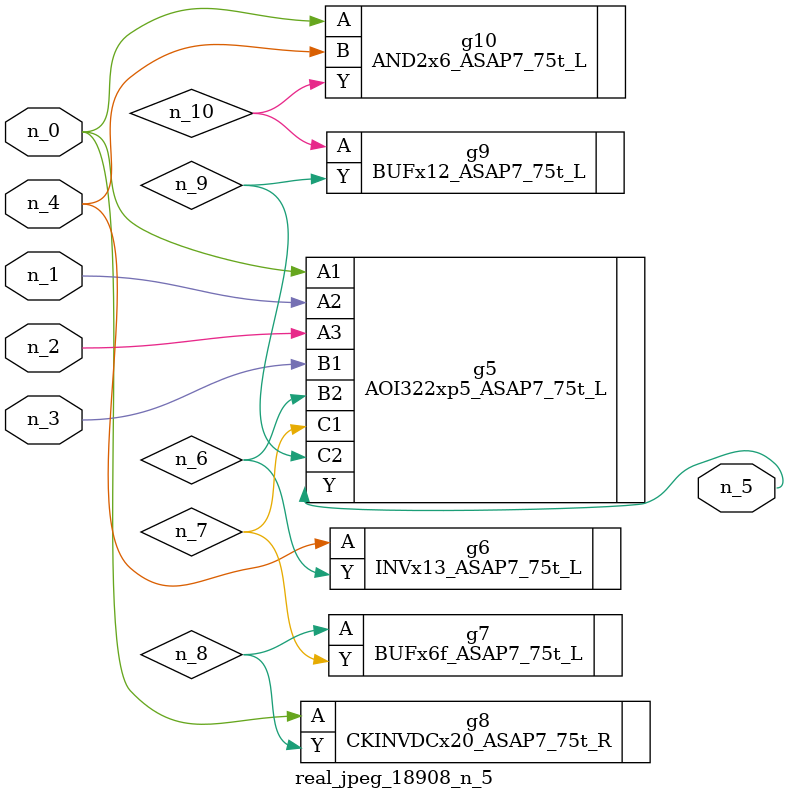
<source format=v>
module real_jpeg_18908_n_5 (n_4, n_0, n_1, n_2, n_3, n_5);

input n_4;
input n_0;
input n_1;
input n_2;
input n_3;

output n_5;

wire n_8;
wire n_6;
wire n_7;
wire n_10;
wire n_9;

AOI322xp5_ASAP7_75t_L g5 ( 
.A1(n_0),
.A2(n_1),
.A3(n_2),
.B1(n_3),
.B2(n_6),
.C1(n_7),
.C2(n_9),
.Y(n_5)
);

CKINVDCx20_ASAP7_75t_R g8 ( 
.A(n_0),
.Y(n_8)
);

AND2x6_ASAP7_75t_L g10 ( 
.A(n_0),
.B(n_4),
.Y(n_10)
);

INVx13_ASAP7_75t_L g6 ( 
.A(n_4),
.Y(n_6)
);

BUFx6f_ASAP7_75t_L g7 ( 
.A(n_8),
.Y(n_7)
);

BUFx12_ASAP7_75t_L g9 ( 
.A(n_10),
.Y(n_9)
);


endmodule
</source>
